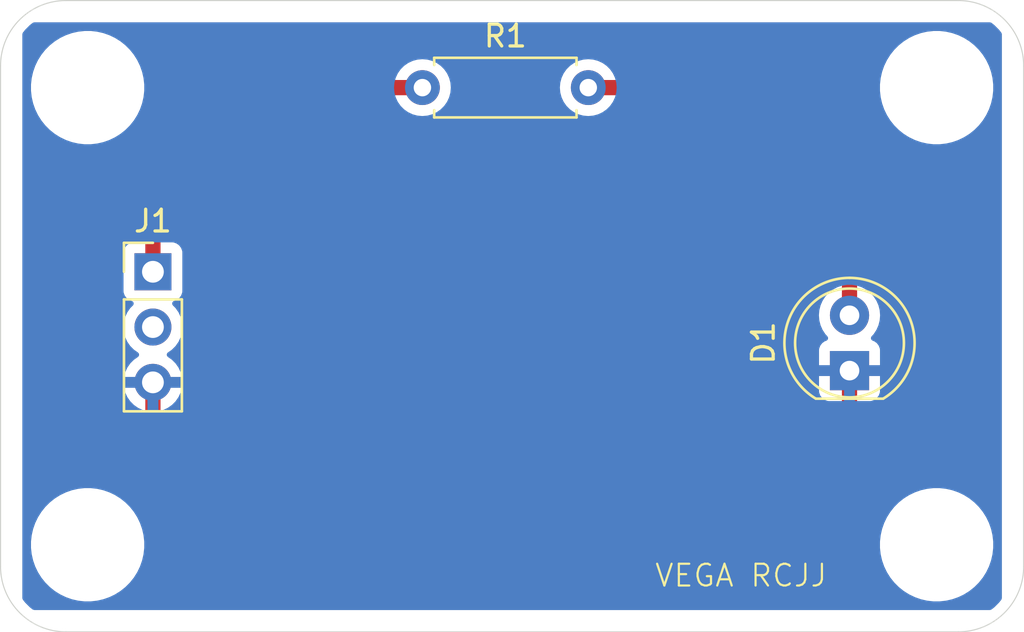
<source format=kicad_pcb>
(kicad_pcb (version 20240108) (generator "pcbnew") (generator_version "8.0")
  (layers (0 "F.Cu" signal) (31 "B.Cu" signal) (34 "B.Paste" user) (35 "F.Paste" user) (36 "B.SilkS" user "B.Silkscreen") (37 "F.SilkS" user "F.Silkscreen") (38 "B.Mask" user) (39 "F.Mask" user) (44 "Edge.Cuts" user))
  (net 0 "")
  (net 1 "Net-(D1-A)")
  (net 2 "GND")
  (net 4 "VCC")
  (footprint "LED_THT:LED_D5.0mm" (layer "F.Cu") (at 205 119 90)
    (property "Reference" "D1" (at 1.27 -3.96 90) (layer "F.SilkS"))
    (property "Value" "LED")
    (fp_line (start -1.29 -1.545) (end -1.29 1.545) (stroke (width 0.12)) (layer "F.SilkS"))
    (fp_arc (start -1.29 -1.54483) (mid 2.071756 -2.880501) (end 4.26 -0.000048) (stroke (width 0.12)) (layer "F.SilkS"))
    (fp_arc (start 4.26 0.000048) (mid 2.071756 2.880501) (end -1.29 1.54483) (stroke (width 0.12)) (layer "F.SilkS"))
    (fp_circle (center 1.27 0) (end 3.77 0) (stroke (width 0.12)) (fill none) (layer "F.SilkS"))
    (pad "1" thru_hole rect (at 0 0 90) (size 1.8 1.8) (drill 0.9) (layers "*.Cu" "*.Mask") (net 2 "GND"))
    (pad "2" thru_hole circle (at 2.54 0 90) (size 1.8 1.8) (drill 0.9) (layers "*.Cu" "*.Mask") (net 1 "Net-(D1-A)"))
  )
  (footprint "MountingHole:MountingHole_3.2mm_M3" (layer "F.Cu") (at 209 106)
    (property "Reference" "REF**" (hide yes))
    (property "Value" "MountingHole_3.2mm_M3" (hide yes))
    (pad "" np_thru_hole circle (at 0 0) (size 3.2 3.2) (drill 3.2) (layers "*.Cu" "*.Mask"))
  )
  (footprint "Connector_PinHeader_2.54mm:PinHeader_1x03_P2.54mm_Vertical" (layer "F.Cu") (at 173 114.46)
    (property "Reference" "J1" (at 0 -2.33 0) (layer "F.SilkS"))
    (property "Value" "Conn_01x03_Pin")
    (fp_line (start -1.33 -1.33) (end 0 -1.33) (stroke (width 0.12)) (layer "F.SilkS"))
    (fp_line (start -1.33 0) (end -1.33 -1.33) (stroke (width 0.12)) (layer "F.SilkS"))
    (fp_line (start -1.33 1.27) (end -1.33 6.41) (stroke (width 0.12)) (layer "F.SilkS"))
    (fp_line (start -1.33 1.27) (end 1.33 1.27) (stroke (width 0.12)) (layer "F.SilkS"))
    (fp_line (start -1.33 6.41) (end 1.33 6.41) (stroke (width 0.12)) (layer "F.SilkS"))
    (fp_line (start 1.33 1.27) (end 1.33 6.41) (stroke (width 0.12)) (layer "F.SilkS"))
    (pad "1" thru_hole rect (at 0 0) (size 1.7 1.7) (drill 1) (layers "*.Cu" "*.Mask") (net 4 "VCC"))
    (pad "2" thru_hole oval (at 0 2.54) (size 1.7 1.7) (drill 1) (layers "*.Cu" "*.Mask"))
    (pad "3" thru_hole oval (at 0 5.08) (size 1.7 1.7) (drill 1) (layers "*.Cu" "*.Mask") (net 2 "GND"))
  )
  (footprint "MountingHole:MountingHole_3.2mm_M3" (layer "F.Cu") (at 170 127)
    (property "Reference" "REF**" (hide yes))
    (property "Value" "MountingHole_3.2mm_M3" (hide yes))
    (pad "" np_thru_hole circle (at 0 0) (size 3.2 3.2) (drill 3.2) (layers "*.Cu" "*.Mask"))
  )
  (footprint "Resistor_THT:R_Axial_DIN0207_L6.3mm_D2.5mm_P7.62mm_Horizontal" (layer "F.Cu") (at 185.38 106)
    (property "Reference" "R1" (at 3.81 -2.37 0) (layer "F.SilkS"))
    (property "Value" "150")
    (fp_line (start 0.54 -1.37) (end 7.08 -1.37) (stroke (width 0.12)) (layer "F.SilkS"))
    (fp_line (start 0.54 -1.04) (end 0.54 -1.37) (stroke (width 0.12)) (layer "F.SilkS"))
    (fp_line (start 0.54 1.04) (end 0.54 1.37) (stroke (width 0.12)) (layer "F.SilkS"))
    (fp_line (start 0.54 1.37) (end 7.08 1.37) (stroke (width 0.12)) (layer "F.SilkS"))
    (fp_line (start 7.08 -1.37) (end 7.08 -1.04) (stroke (width 0.12)) (layer "F.SilkS"))
    (fp_line (start 7.08 1.37) (end 7.08 1.04) (stroke (width 0.12)) (layer "F.SilkS"))
    (pad "1" thru_hole circle (at 0 0) (size 1.6 1.6) (drill 0.8) (layers "*.Cu" "*.Mask") (net 4 "VCC"))
    (pad "2" thru_hole oval (at 7.62 0) (size 1.6 1.6) (drill 0.8) (layers "*.Cu" "*.Mask") (net 1 "Net-(D1-A)"))
  )
  (footprint "MountingHole:MountingHole_3.2mm_M3" (layer "F.Cu") (at 209 127)
    (property "Reference" "REF**" (hide yes))
    (property "Value" "MountingHole_3.2mm_M3" (hide yes))
    (pad "" np_thru_hole circle (at 0 0) (size 3.2 3.2) (drill 3.2) (layers "*.Cu" "*.Mask"))
  )
  (footprint "MountingHole:MountingHole_3.2mm_M3" (layer "F.Cu") (at 170 106)
    (property "Reference" "REF**" (hide yes))
    (property "Value" "MountingHole_3.2mm_M3" (hide yes))
    (pad "" np_thru_hole circle (at 0 0) (size 3.2 3.2) (drill 3.2) (layers "*.Cu" "*.Mask"))
  )
  (gr_arc (start 169 131) (mid 166.87868 130.12132) (end 166 128) (stroke (width 0.05)) (layer "Edge.Cuts"))
  (gr_line (start 213 105) (end 213 128) (stroke (width 0.05)) (layer "Edge.Cuts"))
  (gr_arc (start 210 102) (mid 212.12132 102.87868) (end 213 105) (stroke (width 0.05)) (layer "Edge.Cuts"))
  (gr_arc (start 213 128) (mid 212.12132 130.12132) (end 210 131) (stroke (width 0.05)) (layer "Edge.Cuts"))
  (gr_line (start 169 102) (end 210 102) (stroke (width 0.05)) (layer "Edge.Cuts"))
  (gr_arc (start 166 105) (mid 166.87868 102.87868) (end 169 102) (stroke (width 0.05)) (layer "Edge.Cuts"))
  (gr_line (start 210 131) (end 169 131) (stroke (width 0.05)) (layer "Edge.Cuts"))
  (gr_line (start 166 128) (end 166 105) (stroke (width 0.05)) (layer "Edge.Cuts"))
  (gr_text "VEGA RCJJ" (at 196 129 0) (layer "F.SilkS") (effects (font (size 1 1) (thickness 0.1)) (justify left bottom)))
  (segment (start 205 109) (end 205 116.46) (width 0.7) (layer "F.Cu") (net 1))
  (segment (start 193 106) (end 202 106) (width 0.7) (layer "F.Cu") (net 1))
  (segment (start 202 106) (end 205 109) (width 0.7) (layer "F.Cu") (net 1))
  (segment (start 205 119) (end 205 123) (width 0.7) (layer "F.Cu") (net 2))
  (segment (start 201 127) (end 177 127) (width 0.7) (layer "F.Cu") (net 2))
  (segment (start 173 123) (end 173 119.54) (width 0.7) (layer "F.Cu") (net 2))
  (segment (start 177 127) (end 173 123) (width 0.7) (layer "F.Cu") (net 2))
  (segment (start 205 123) (end 201 127) (width 0.7) (layer "F.Cu") (net 2))
  (segment (start 176 106) (end 185.38 106) (width 0.7) (layer "F.Cu") (net 4))
  (segment (start 173 114.46) (end 173 109) (width 0.7) (layer "F.Cu") (net 4))
  (segment (start 173 109) (end 176 106) (width 0.7) (layer "F.Cu") (net 4))
  (zone (net 2) (net_name "GND") (layer "B.Cu") (connect_pads (clearance 0.5)) (min_thickness 0.25) (fill yes (thermal_gap 0.5) (thermal_bridge_width 0.5))
    (polygon (pts (xy 167 103) (xy 212 103) (xy 212 130) (xy 167 130)))
  )
)
</source>
